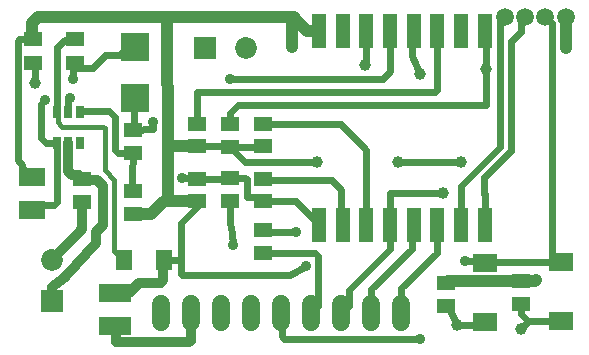
<source format=gtl>
G75*
%MOIN*%
%OFA0B0*%
%FSLAX25Y25*%
%IPPOS*%
%LPD*%
%AMOC8*
5,1,8,0,0,1.08239X$1,22.5*
%
%ADD10R,0.06299X0.05118*%
%ADD11R,0.09449X0.09449*%
%ADD12R,0.08661X0.06299*%
%ADD13R,0.05906X0.05118*%
%ADD14R,0.04724X0.11811*%
%ADD15R,0.02717X0.03937*%
%ADD16C,0.06000*%
%ADD17R,0.07283X0.07283*%
%ADD18C,0.07283*%
%ADD19R,0.07874X0.06299*%
%ADD20C,0.05906*%
%ADD21R,0.05512X0.07087*%
%ADD22R,0.10630X0.06299*%
%ADD23C,0.02400*%
%ADD24C,0.03200*%
%ADD25C,0.03962*%
%ADD26C,0.03569*%
%ADD27C,0.04000*%
%ADD28C,0.01600*%
D10*
X0027154Y0050737D03*
X0027154Y0058611D03*
X0024674Y0097272D03*
X0024674Y0105146D03*
X0010816Y0105068D03*
X0010816Y0097194D03*
D11*
X0044556Y0102706D03*
X0044556Y0085383D03*
D12*
X0010225Y0059083D03*
X0010225Y0048060D03*
D13*
X0043847Y0046918D03*
X0043847Y0054398D03*
X0043965Y0067312D03*
X0043965Y0074792D03*
X0065225Y0076957D03*
X0076249Y0076800D03*
X0076249Y0069320D03*
X0065225Y0069477D03*
X0065225Y0058572D03*
X0076249Y0058847D03*
X0076249Y0051367D03*
X0065225Y0051091D03*
X0087312Y0051091D03*
X0087312Y0058572D03*
X0087233Y0069398D03*
X0087233Y0076879D03*
X0087272Y0041446D03*
X0087272Y0033965D03*
X0148178Y0023729D03*
X0148178Y0016249D03*
X0173178Y0016997D03*
X0173178Y0024477D03*
D14*
X0161170Y0043375D03*
X0153296Y0043375D03*
X0145422Y0043375D03*
X0137548Y0043375D03*
X0129674Y0043375D03*
X0121800Y0043375D03*
X0113926Y0043375D03*
X0106052Y0043375D03*
X0106052Y0107942D03*
X0113926Y0107942D03*
X0121800Y0107942D03*
X0129674Y0107942D03*
X0137548Y0107942D03*
X0145422Y0107942D03*
X0153296Y0107942D03*
X0161170Y0107942D03*
D15*
X0026209Y0080894D03*
X0022469Y0080894D03*
X0018729Y0080894D03*
X0018729Y0070658D03*
X0022469Y0070658D03*
X0026209Y0070658D03*
D16*
X0053454Y0016926D02*
X0053454Y0010926D01*
X0063454Y0010926D02*
X0063454Y0016926D01*
X0073454Y0016926D02*
X0073454Y0010926D01*
X0083454Y0010926D02*
X0083454Y0016926D01*
X0093454Y0016926D02*
X0093454Y0010926D01*
X0103454Y0010926D02*
X0103454Y0016926D01*
X0113454Y0016926D02*
X0113454Y0010926D01*
X0123454Y0010926D02*
X0123454Y0016926D01*
X0133454Y0016926D02*
X0133454Y0010926D01*
D17*
X0016918Y0017745D03*
X0067863Y0102272D03*
D18*
X0081643Y0102272D03*
X0016918Y0031524D03*
D19*
X0161288Y0030422D03*
X0186524Y0030737D03*
X0186524Y0011052D03*
X0161288Y0010737D03*
D20*
X0168139Y0112548D03*
X0174753Y0112548D03*
X0181406Y0112627D03*
X0188296Y0112587D03*
D21*
X0054306Y0031544D03*
X0040920Y0031544D03*
D22*
X0038164Y0020481D03*
X0038164Y0009457D03*
D23*
X0059989Y0026879D02*
X0060422Y0026446D01*
X0096209Y0026446D01*
X0101524Y0029674D01*
X0105816Y0032784D02*
X0104635Y0033965D01*
X0087272Y0033965D01*
X0077430Y0036524D02*
X0076879Y0040540D01*
X0076288Y0043729D01*
X0076288Y0046328D01*
X0076249Y0051367D01*
X0081879Y0052902D02*
X0081879Y0058414D01*
X0081446Y0058847D01*
X0076249Y0058847D01*
X0075973Y0058572D01*
X0065225Y0058572D01*
X0065028Y0058769D01*
X0060383Y0058769D01*
X0065225Y0051091D02*
X0065225Y0049083D01*
X0059989Y0043847D01*
X0059989Y0031544D01*
X0054306Y0031544D01*
X0059989Y0031544D02*
X0059989Y0026879D01*
X0087272Y0041446D02*
X0087706Y0041013D01*
X0098257Y0041013D01*
X0106052Y0043375D02*
X0098335Y0051091D01*
X0087312Y0051091D01*
X0085737Y0052666D01*
X0082115Y0052666D01*
X0081879Y0052902D01*
X0087312Y0058572D02*
X0087784Y0058099D01*
X0110265Y0058099D01*
X0113335Y0055028D01*
X0113335Y0043965D01*
X0113926Y0043375D01*
X0121800Y0043375D02*
X0121800Y0068375D01*
X0113375Y0076800D01*
X0087312Y0076800D01*
X0087233Y0076879D01*
X0079069Y0083276D02*
X0076249Y0080456D01*
X0076249Y0076800D01*
X0079069Y0083276D02*
X0161668Y0083276D01*
X0161668Y0095048D01*
X0161668Y0107942D01*
X0161170Y0107942D01*
X0166288Y0110698D02*
X0166288Y0069123D01*
X0153296Y0056131D01*
X0153296Y0043375D01*
X0145422Y0043375D02*
X0145225Y0043178D01*
X0145225Y0034005D01*
X0133454Y0022233D01*
X0133454Y0013926D01*
X0123454Y0013926D02*
X0123454Y0021800D01*
X0136957Y0035304D01*
X0136957Y0042784D01*
X0137548Y0043375D01*
X0129674Y0043375D02*
X0129674Y0053867D01*
X0147298Y0053867D01*
X0161131Y0053572D02*
X0161170Y0053454D01*
X0161170Y0043375D01*
X0161131Y0053572D02*
X0161052Y0059044D01*
X0170028Y0068020D01*
X0170028Y0104477D01*
X0173257Y0107706D01*
X0173257Y0111052D01*
X0174753Y0112548D01*
X0168139Y0112548D02*
X0166288Y0110698D01*
X0181406Y0112627D02*
X0183611Y0110422D01*
X0183611Y0030737D01*
X0161603Y0030737D01*
X0161288Y0030422D01*
X0160540Y0031170D01*
X0154517Y0031170D01*
X0173178Y0016997D02*
X0173178Y0013577D01*
X0175703Y0011052D01*
X0186524Y0011052D01*
X0175703Y0011052D02*
X0173282Y0008631D01*
X0161288Y0009930D02*
X0161288Y0010737D01*
X0161288Y0009930D02*
X0151983Y0009930D01*
X0149384Y0015383D01*
X0139831Y0005186D02*
X0094280Y0005146D01*
X0093532Y0006209D01*
X0093650Y0013729D01*
X0093454Y0013926D01*
X0103454Y0013926D02*
X0105816Y0016288D01*
X0105816Y0032784D01*
X0115855Y0021406D02*
X0115855Y0016328D01*
X0113454Y0013926D01*
X0115855Y0021406D02*
X0129674Y0035225D01*
X0129674Y0043375D01*
X0132298Y0064339D02*
X0153282Y0064339D01*
X0144595Y0087469D02*
X0145304Y0088178D01*
X0145422Y0107942D01*
X0137548Y0107942D02*
X0137548Y0106249D01*
X0137036Y0105737D01*
X0137036Y0099438D01*
X0139713Y0093611D01*
X0144595Y0087469D02*
X0066879Y0087509D01*
X0065225Y0087509D01*
X0065225Y0076957D01*
X0065225Y0069477D02*
X0076091Y0069477D01*
X0076091Y0069320D01*
X0087233Y0069320D01*
X0087233Y0069398D01*
X0087154Y0069320D01*
X0081426Y0064143D02*
X0105487Y0064339D01*
X0081426Y0064143D02*
X0076249Y0069320D01*
X0050501Y0075107D02*
X0043965Y0074792D01*
X0044320Y0079241D01*
X0044556Y0085383D01*
X0038020Y0079162D02*
X0036091Y0081091D01*
X0026406Y0081091D01*
X0026209Y0080894D01*
X0022469Y0080894D02*
X0022469Y0084438D01*
X0023099Y0085501D01*
X0018729Y0080894D02*
X0018729Y0102391D01*
X0021209Y0104871D01*
X0023375Y0104871D01*
X0024674Y0105146D01*
X0030580Y0095658D02*
X0034792Y0099871D01*
X0039438Y0099871D01*
X0043611Y0104044D01*
X0044556Y0102706D01*
X0030580Y0095658D02*
X0024713Y0095658D01*
X0024674Y0097272D01*
X0023965Y0096091D01*
X0023965Y0091957D01*
X0014792Y0084989D02*
X0013375Y0083572D01*
X0013375Y0072233D01*
X0014950Y0070658D01*
X0018729Y0070658D01*
X0018729Y0050816D01*
X0017627Y0049713D01*
X0011879Y0049713D01*
X0010225Y0048060D01*
X0010225Y0059083D02*
X0007115Y0062194D01*
X0007115Y0063375D01*
X0005540Y0064950D01*
X0005540Y0104595D01*
X0006013Y0105068D01*
X0010816Y0105068D01*
X0010816Y0097194D02*
X0011485Y0096524D01*
X0011485Y0090383D01*
X0038020Y0079162D02*
X0038020Y0068335D01*
X0039044Y0067312D01*
X0043965Y0067312D01*
X0043808Y0059398D01*
X0043847Y0054398D01*
X0050501Y0075107D02*
X0050580Y0077509D01*
X0076269Y0092039D02*
X0127293Y0092039D01*
X0129813Y0094559D01*
X0129813Y0107803D01*
X0129674Y0107942D01*
X0121800Y0107942D02*
X0121800Y0097194D01*
X0121249Y0096643D01*
X0183611Y0030737D02*
X0186524Y0030737D01*
D24*
X0149384Y0015383D02*
X0148178Y0016249D01*
X0063454Y0013926D02*
X0063454Y0004457D01*
X0062809Y0004457D01*
X0062809Y0004300D01*
X0038321Y0004300D01*
X0038321Y0009457D01*
X0038164Y0009457D01*
X0038164Y0020481D02*
X0042573Y0020481D01*
X0046077Y0023985D01*
X0053243Y0023985D01*
X0054148Y0024891D01*
X0054148Y0031387D01*
X0054306Y0031544D01*
X0033887Y0043099D02*
X0033887Y0056367D01*
X0032154Y0058099D01*
X0027666Y0058099D01*
X0027154Y0058611D01*
X0025934Y0059831D01*
X0023769Y0059831D01*
X0022469Y0061131D01*
X0022469Y0070658D01*
X0027154Y0050737D02*
X0027154Y0041839D01*
X0016918Y0031524D01*
X0020894Y0025461D02*
X0021800Y0026091D01*
X0031524Y0037312D01*
X0031524Y0040737D01*
X0033887Y0043099D01*
X0020894Y0025461D02*
X0016839Y0022666D01*
X0016918Y0017745D01*
D25*
X0105487Y0064339D03*
X0132298Y0064339D03*
X0147298Y0053867D03*
X0153282Y0064339D03*
X0139713Y0093611D03*
X0121249Y0096643D03*
X0096918Y0102587D03*
X0161668Y0095048D03*
X0188296Y0102115D03*
X0178296Y0024713D03*
X0173282Y0008631D03*
X0151983Y0009930D03*
X0011485Y0090383D03*
D26*
X0014792Y0084989D03*
X0023099Y0085501D03*
X0023965Y0091957D03*
X0050580Y0077509D03*
X0076269Y0092039D03*
X0060383Y0058769D03*
X0077430Y0036524D03*
X0098257Y0041013D03*
X0101524Y0029674D03*
X0139831Y0005186D03*
X0154517Y0031170D03*
D27*
X0148926Y0024477D02*
X0148178Y0023729D01*
X0148926Y0024477D02*
X0173178Y0024477D01*
X0178060Y0024477D01*
X0178296Y0024713D01*
X0065225Y0051091D02*
X0056091Y0051091D01*
X0055501Y0051052D01*
X0054162Y0051013D01*
X0049989Y0046839D01*
X0043611Y0046839D01*
X0043847Y0046918D01*
X0055501Y0051052D02*
X0055501Y0069753D01*
X0056249Y0069477D01*
X0065225Y0069477D01*
X0055501Y0069753D02*
X0055422Y0109950D01*
X0054989Y0112469D01*
X0012194Y0112469D01*
X0010343Y0110619D01*
X0010343Y0105540D01*
X0010816Y0105068D01*
X0054989Y0112469D02*
X0097627Y0112469D01*
X0096918Y0110580D01*
X0096918Y0102587D01*
X0102076Y0107942D02*
X0098690Y0111328D01*
X0097627Y0112469D01*
X0102076Y0107942D02*
X0106052Y0107942D01*
X0188296Y0112587D02*
X0188335Y0112548D01*
X0188296Y0102115D01*
D28*
X0040920Y0031544D02*
X0039044Y0031544D01*
X0039044Y0033139D01*
X0037745Y0034438D01*
X0037745Y0058375D01*
X0034674Y0061446D01*
X0034674Y0075383D01*
X0034083Y0075973D01*
X0020383Y0075973D01*
X0018847Y0077509D01*
X0018847Y0080776D01*
X0018729Y0080894D01*
M02*

</source>
